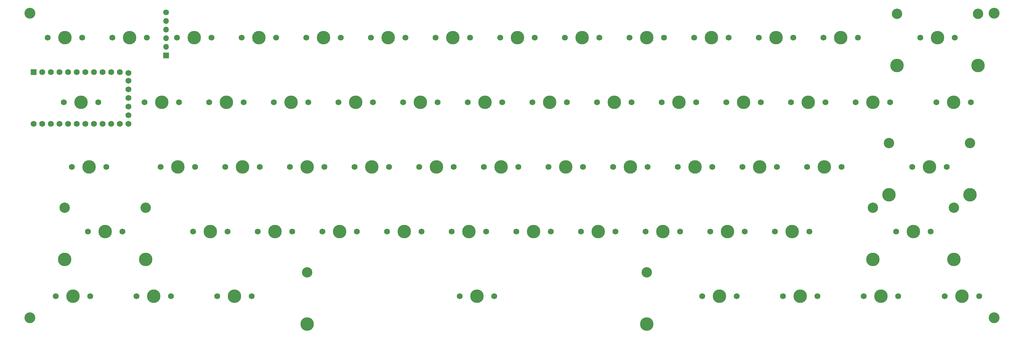
<source format=gbr>
%TF.GenerationSoftware,KiCad,Pcbnew,(5.1.9)-1*%
%TF.CreationDate,2021-02-27T14:08:49-05:00*%
%TF.ProjectId,IoT_Keyboard,496f545f-4b65-4796-926f-6172642e6b69,v1.0*%
%TF.SameCoordinates,Original*%
%TF.FileFunction,Soldermask,Top*%
%TF.FilePolarity,Negative*%
%FSLAX46Y46*%
G04 Gerber Fmt 4.6, Leading zero omitted, Abs format (unit mm)*
G04 Created by KiCad (PCBNEW (5.1.9)-1) date 2021-02-27 14:08:49*
%MOMM*%
%LPD*%
G01*
G04 APERTURE LIST*
%ADD10C,3.200000*%
%ADD11C,1.700000*%
%ADD12O,1.700000X1.700000*%
%ADD13R,1.700000X1.700000*%
%ADD14C,3.987800*%
%ADD15C,3.048000*%
%ADD16C,1.750000*%
%ADD17C,1.752600*%
%ADD18R,1.752600X1.752600*%
G04 APERTURE END LIST*
D10*
%TO.C,REF\u002A\u002A*%
X348456250Y-41275000D03*
%TD*%
%TO.C,REF\u002A\u002A*%
X348456250Y-130968750D03*
%TD*%
%TO.C,REF\u002A\u002A*%
X64293750Y-130968750D03*
%TD*%
%TO.C,REF\u002A\u002A*%
X64293750Y-41275000D03*
%TD*%
D11*
%TO.C,U2*%
X104475000Y-41018750D03*
D12*
X104475000Y-43558750D03*
X104475000Y-46098750D03*
X104475000Y-48638750D03*
X104475000Y-51178750D03*
D13*
X104475000Y-53718750D03*
%TD*%
D14*
%TO.C,MX57*%
X246056150Y-132873750D03*
X146056350Y-132873750D03*
D15*
X246056150Y-117633750D03*
X146056350Y-117633750D03*
D16*
X201136250Y-124618750D03*
X190976250Y-124618750D03*
D14*
X196056250Y-124618750D03*
%TD*%
D16*
%TO.C,MX61*%
X344011250Y-124618750D03*
X333851250Y-124618750D03*
D14*
X338931250Y-124618750D03*
%TD*%
D16*
%TO.C,MX59*%
X296386250Y-124618750D03*
X286226250Y-124618750D03*
D14*
X291306250Y-124618750D03*
%TD*%
D16*
%TO.C,MX54*%
X82073750Y-124618750D03*
X71913750Y-124618750D03*
D14*
X76993750Y-124618750D03*
%TD*%
D16*
%TO.C,MX58*%
X272573750Y-124618750D03*
X262413750Y-124618750D03*
D14*
X267493750Y-124618750D03*
%TD*%
D16*
%TO.C,MX60*%
X320198750Y-124618750D03*
X310038750Y-124618750D03*
D14*
X315118750Y-124618750D03*
%TD*%
D16*
%TO.C,MX56*%
X129698750Y-124618750D03*
X119538750Y-124618750D03*
D14*
X124618750Y-124618750D03*
%TD*%
D16*
%TO.C,MX55*%
X105886250Y-124618750D03*
X95726250Y-124618750D03*
D14*
X100806250Y-124618750D03*
%TD*%
D16*
%TO.C,MX15*%
X84455000Y-67468750D03*
X74295000Y-67468750D03*
D14*
X79375000Y-67468750D03*
%TD*%
D17*
%TO.C,U1*%
X93345000Y-61118750D03*
X93345000Y-63658750D03*
X93345000Y-66198750D03*
X93345000Y-68738750D03*
X93345000Y-71278750D03*
X65405000Y-73818750D03*
X93345000Y-58807350D03*
X67945000Y-73818750D03*
X70485000Y-73818750D03*
X73025000Y-73818750D03*
X75565000Y-73818750D03*
X78105000Y-73818750D03*
X80645000Y-73818750D03*
X83185000Y-73818750D03*
X85725000Y-73818750D03*
X88265000Y-73818750D03*
X90805000Y-73818750D03*
X93345000Y-73818750D03*
X90805000Y-58578750D03*
X88265000Y-58578750D03*
X85725000Y-58578750D03*
X83185000Y-58578750D03*
X80645000Y-58578750D03*
X78105000Y-58578750D03*
X75565000Y-58578750D03*
X73025000Y-58578750D03*
X70485000Y-58578750D03*
X67945000Y-58578750D03*
D18*
X65405000Y-58578750D03*
%TD*%
D14*
%TO.C,MX53*%
X336581750Y-113823750D03*
X312705750Y-113823750D03*
D15*
X336581750Y-98583750D03*
X312705750Y-98583750D03*
D16*
X329723750Y-105568750D03*
X319563750Y-105568750D03*
D14*
X324643750Y-105568750D03*
%TD*%
%TO.C,MX42*%
X98456750Y-113823750D03*
X74580750Y-113823750D03*
D15*
X98456750Y-98583750D03*
X74580750Y-98583750D03*
D16*
X91598750Y-105568750D03*
X81438750Y-105568750D03*
D14*
X86518750Y-105568750D03*
%TD*%
%TO.C,MX41*%
X341344250Y-94773750D03*
X317468250Y-94773750D03*
D15*
X341344250Y-79533750D03*
X317468250Y-79533750D03*
D16*
X334486250Y-86518750D03*
X324326250Y-86518750D03*
D14*
X329406250Y-86518750D03*
%TD*%
D16*
%TO.C,MX29*%
X86836250Y-86518750D03*
X76676250Y-86518750D03*
D14*
X81756250Y-86518750D03*
%TD*%
D16*
%TO.C,MX28*%
X341630000Y-67468750D03*
X331470000Y-67468750D03*
D14*
X336550000Y-67468750D03*
%TD*%
%TO.C,MX14*%
X343725500Y-56673750D03*
X319849500Y-56673750D03*
D15*
X343725500Y-41433750D03*
X319849500Y-41433750D03*
D16*
X336867500Y-48418750D03*
X326707500Y-48418750D03*
D14*
X331787500Y-48418750D03*
%TD*%
D16*
%TO.C,MX52*%
X294005000Y-105568750D03*
X283845000Y-105568750D03*
D14*
X288925000Y-105568750D03*
%TD*%
D16*
%TO.C,MX51*%
X274955000Y-105568750D03*
X264795000Y-105568750D03*
D14*
X269875000Y-105568750D03*
%TD*%
D16*
%TO.C,MX50*%
X255905000Y-105568750D03*
X245745000Y-105568750D03*
D14*
X250825000Y-105568750D03*
%TD*%
D16*
%TO.C,MX49*%
X236855000Y-105568750D03*
X226695000Y-105568750D03*
D14*
X231775000Y-105568750D03*
%TD*%
D16*
%TO.C,MX48*%
X217805000Y-105568750D03*
X207645000Y-105568750D03*
D14*
X212725000Y-105568750D03*
%TD*%
D16*
%TO.C,MX47*%
X198755000Y-105568750D03*
X188595000Y-105568750D03*
D14*
X193675000Y-105568750D03*
%TD*%
D16*
%TO.C,MX46*%
X179705000Y-105568750D03*
X169545000Y-105568750D03*
D14*
X174625000Y-105568750D03*
%TD*%
D16*
%TO.C,MX45*%
X160655000Y-105568750D03*
X150495000Y-105568750D03*
D14*
X155575000Y-105568750D03*
%TD*%
D16*
%TO.C,MX44*%
X141605000Y-105568750D03*
X131445000Y-105568750D03*
D14*
X136525000Y-105568750D03*
%TD*%
D16*
%TO.C,MX43*%
X122555000Y-105568750D03*
X112395000Y-105568750D03*
D14*
X117475000Y-105568750D03*
%TD*%
D16*
%TO.C,MX40*%
X303530000Y-86518750D03*
X293370000Y-86518750D03*
D14*
X298450000Y-86518750D03*
%TD*%
D16*
%TO.C,MX39*%
X284480000Y-86518750D03*
X274320000Y-86518750D03*
D14*
X279400000Y-86518750D03*
%TD*%
D16*
%TO.C,MX38*%
X265430000Y-86518750D03*
X255270000Y-86518750D03*
D14*
X260350000Y-86518750D03*
%TD*%
D16*
%TO.C,MX37*%
X246380000Y-86518750D03*
X236220000Y-86518750D03*
D14*
X241300000Y-86518750D03*
%TD*%
D16*
%TO.C,MX36*%
X227330000Y-86518750D03*
X217170000Y-86518750D03*
D14*
X222250000Y-86518750D03*
%TD*%
D16*
%TO.C,MX35*%
X208280000Y-86518750D03*
X198120000Y-86518750D03*
D14*
X203200000Y-86518750D03*
%TD*%
D16*
%TO.C,MX34*%
X189230000Y-86518750D03*
X179070000Y-86518750D03*
D14*
X184150000Y-86518750D03*
%TD*%
D16*
%TO.C,MX33*%
X170180000Y-86518750D03*
X160020000Y-86518750D03*
D14*
X165100000Y-86518750D03*
%TD*%
D16*
%TO.C,MX32*%
X151130000Y-86518750D03*
X140970000Y-86518750D03*
D14*
X146050000Y-86518750D03*
%TD*%
D16*
%TO.C,MX31*%
X132080000Y-86518750D03*
X121920000Y-86518750D03*
D14*
X127000000Y-86518750D03*
%TD*%
D16*
%TO.C,MX30*%
X113030000Y-86518750D03*
X102870000Y-86518750D03*
D14*
X107950000Y-86518750D03*
%TD*%
D16*
%TO.C,MX27*%
X317817500Y-67468750D03*
X307657500Y-67468750D03*
D14*
X312737500Y-67468750D03*
%TD*%
D16*
%TO.C,MX26*%
X298767500Y-67468750D03*
X288607500Y-67468750D03*
D14*
X293687500Y-67468750D03*
%TD*%
D16*
%TO.C,MX25*%
X279717500Y-67468750D03*
X269557500Y-67468750D03*
D14*
X274637500Y-67468750D03*
%TD*%
D16*
%TO.C,MX24*%
X260667500Y-67468750D03*
X250507500Y-67468750D03*
D14*
X255587500Y-67468750D03*
%TD*%
D16*
%TO.C,MX23*%
X241617500Y-67468750D03*
X231457500Y-67468750D03*
D14*
X236537500Y-67468750D03*
%TD*%
D16*
%TO.C,MX22*%
X222567500Y-67468750D03*
X212407500Y-67468750D03*
D14*
X217487500Y-67468750D03*
%TD*%
D16*
%TO.C,MX21*%
X203517500Y-67468750D03*
X193357500Y-67468750D03*
D14*
X198437500Y-67468750D03*
%TD*%
D16*
%TO.C,MX20*%
X184467500Y-67468750D03*
X174307500Y-67468750D03*
D14*
X179387500Y-67468750D03*
%TD*%
D16*
%TO.C,MX19*%
X165417500Y-67468750D03*
X155257500Y-67468750D03*
D14*
X160337500Y-67468750D03*
%TD*%
D16*
%TO.C,MX18*%
X146367500Y-67468750D03*
X136207500Y-67468750D03*
D14*
X141287500Y-67468750D03*
%TD*%
D16*
%TO.C,MX17*%
X127317500Y-67468750D03*
X117157500Y-67468750D03*
D14*
X122237500Y-67468750D03*
%TD*%
D16*
%TO.C,MX16*%
X108267500Y-67468750D03*
X98107500Y-67468750D03*
D14*
X103187500Y-67468750D03*
%TD*%
D16*
%TO.C,MX13*%
X308292500Y-48418750D03*
X298132500Y-48418750D03*
D14*
X303212500Y-48418750D03*
%TD*%
D16*
%TO.C,MX12*%
X289242500Y-48418750D03*
X279082500Y-48418750D03*
D14*
X284162500Y-48418750D03*
%TD*%
D16*
%TO.C,MX11*%
X270192500Y-48418750D03*
X260032500Y-48418750D03*
D14*
X265112500Y-48418750D03*
%TD*%
D16*
%TO.C,MX10*%
X251142500Y-48418750D03*
X240982500Y-48418750D03*
D14*
X246062500Y-48418750D03*
%TD*%
D16*
%TO.C,MX9*%
X232092500Y-48418750D03*
X221932500Y-48418750D03*
D14*
X227012500Y-48418750D03*
%TD*%
D16*
%TO.C,MX8*%
X213042500Y-48418750D03*
X202882500Y-48418750D03*
D14*
X207962500Y-48418750D03*
%TD*%
D16*
%TO.C,MX7*%
X193992500Y-48418750D03*
X183832500Y-48418750D03*
D14*
X188912500Y-48418750D03*
%TD*%
D16*
%TO.C,MX6*%
X174942500Y-48418750D03*
X164782500Y-48418750D03*
D14*
X169862500Y-48418750D03*
%TD*%
D16*
%TO.C,MX5*%
X155892500Y-48418750D03*
X145732500Y-48418750D03*
D14*
X150812500Y-48418750D03*
%TD*%
D16*
%TO.C,MX4*%
X136842500Y-48418750D03*
X126682500Y-48418750D03*
D14*
X131762500Y-48418750D03*
%TD*%
D16*
%TO.C,MX3*%
X117792500Y-48418750D03*
X107632500Y-48418750D03*
D14*
X112712500Y-48418750D03*
%TD*%
D16*
%TO.C,MX2*%
X98742500Y-48418750D03*
X88582500Y-48418750D03*
D14*
X93662500Y-48418750D03*
%TD*%
D16*
%TO.C,MX1*%
X79692500Y-48418750D03*
X69532500Y-48418750D03*
D14*
X74612500Y-48418750D03*
%TD*%
M02*

</source>
